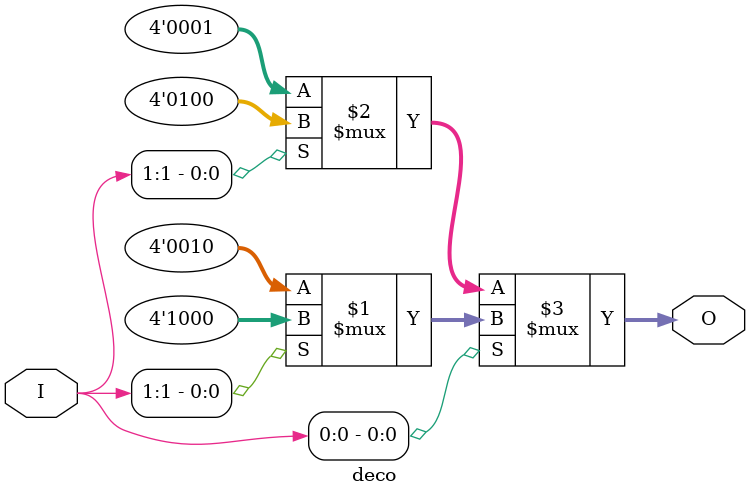
<source format=v>
module deco(I, O);
input [1:0] I;
output [3:0] O;

assign O = I[0] ? (I[1] ? 4'b1000 : 4'b0010) : (I[1] ? 4'b0100 : 4'b0001);

endmodule
</source>
